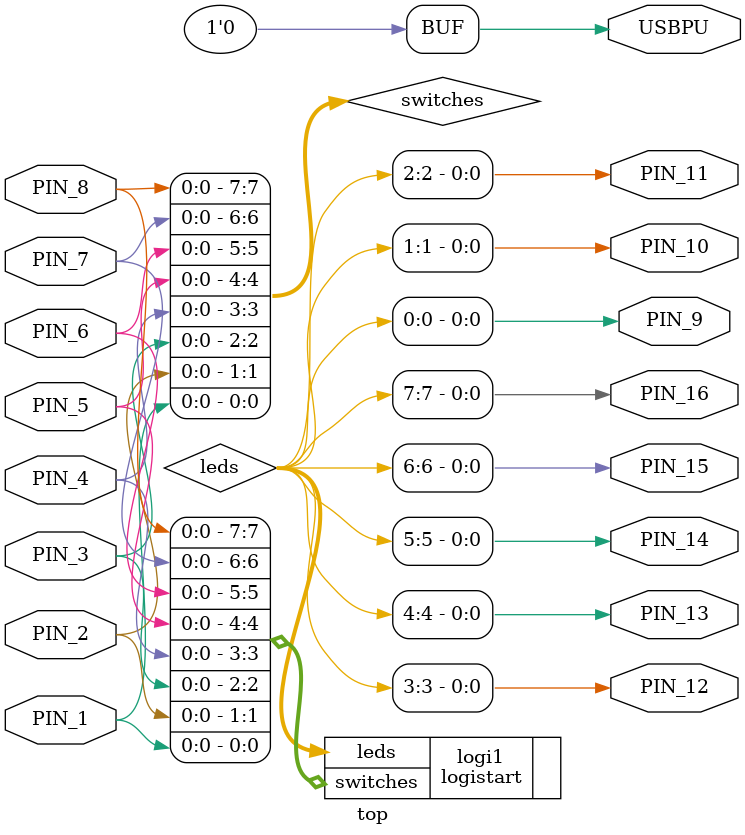
<source format=v>
`include "logistart.v"

module top (
	input PIN_1,
	input PIN_2,
	input PIN_3,
	input PIN_4,
	input PIN_5,
	input PIN_6,
	input PIN_7,
	input PIN_8,
	output PIN_9,
	output PIN_10,
	output PIN_11,
	output PIN_12,
	output PIN_13,
	output PIN_14,
	output PIN_15,
	output PIN_16,	    
    output USBPU  // USB pull-up resistor
);
    // drive USB pull-up resistor to '0' to disable USB
	assign USBPU = 0;
	
	wire [7:0] switches;
	assign switches = {PIN_8,PIN_7,PIN_6,PIN_5,PIN_4,PIN_3,PIN_2,PIN_1};
	
	wire [7:0] leds;
	assign leds = {PIN_16,PIN_15,PIN_14,PIN_13,PIN_12,PIN_11,PIN_10,PIN_9};
	
	
	logistart logi1(.switches(switches),	
				    .leds(leds));    
    
endmodule

</source>
